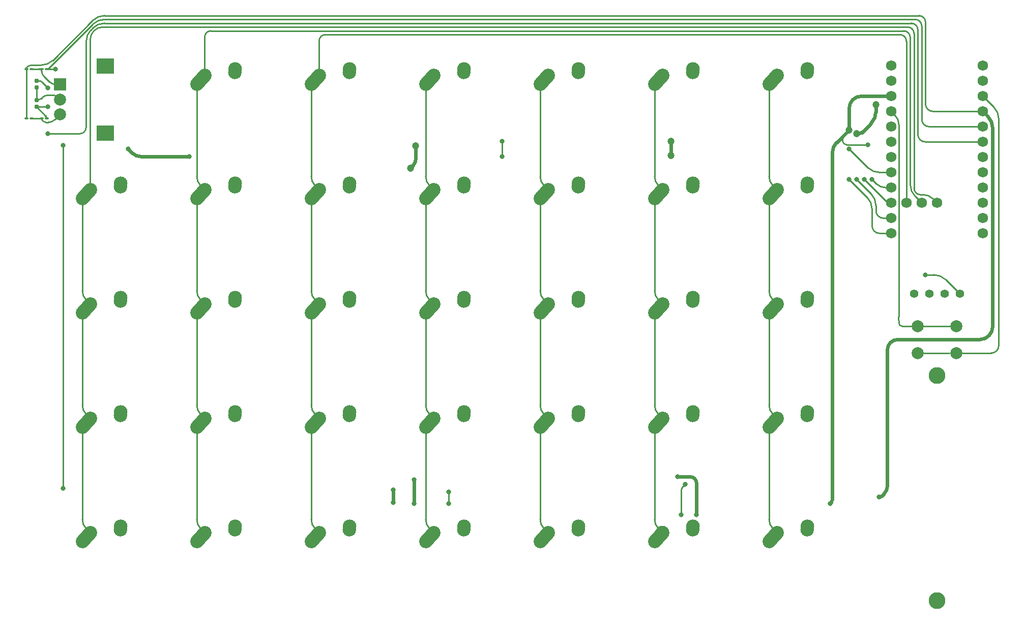
<source format=gtl>
%TF.GenerationSoftware,KiCad,Pcbnew,(6.0.1)*%
%TF.CreationDate,2022-04-05T18:42:57+02:00*%
%TF.ProjectId,Keyboard Left Hand Side,4b657962-6f61-4726-9420-4c6566742048,rev?*%
%TF.SameCoordinates,Original*%
%TF.FileFunction,Copper,L1,Top*%
%TF.FilePolarity,Positive*%
%FSLAX46Y46*%
G04 Gerber Fmt 4.6, Leading zero omitted, Abs format (unit mm)*
G04 Created by KiCad (PCBNEW (6.0.1)) date 2022-04-05 18:42:57*
%MOMM*%
%LPD*%
G01*
G04 APERTURE LIST*
G04 Aperture macros list*
%AMRoundRect*
0 Rectangle with rounded corners*
0 $1 Rounding radius*
0 $2 $3 $4 $5 $6 $7 $8 $9 X,Y pos of 4 corners*
0 Add a 4 corners polygon primitive as box body*
4,1,4,$2,$3,$4,$5,$6,$7,$8,$9,$2,$3,0*
0 Add four circle primitives for the rounded corners*
1,1,$1+$1,$2,$3*
1,1,$1+$1,$4,$5*
1,1,$1+$1,$6,$7*
1,1,$1+$1,$8,$9*
0 Add four rect primitives between the rounded corners*
20,1,$1+$1,$2,$3,$4,$5,0*
20,1,$1+$1,$4,$5,$6,$7,0*
20,1,$1+$1,$6,$7,$8,$9,0*
20,1,$1+$1,$8,$9,$2,$3,0*%
%AMHorizOval*
0 Thick line with rounded ends*
0 $1 width*
0 $2 $3 position (X,Y) of the first rounded end (center of the circle)*
0 $4 $5 position (X,Y) of the second rounded end (center of the circle)*
0 Add line between two ends*
20,1,$1,$2,$3,$4,$5,0*
0 Add two circle primitives to create the rounded ends*
1,1,$1,$2,$3*
1,1,$1,$4,$5*%
G04 Aperture macros list end*
%TA.AperFunction,ComponentPad*%
%ADD10C,2.250000*%
%TD*%
%TA.AperFunction,ComponentPad*%
%ADD11HorizOval,2.250000X0.655001X0.730000X-0.655001X-0.730000X0*%
%TD*%
%TA.AperFunction,ComponentPad*%
%ADD12HorizOval,2.250000X0.020000X0.290000X-0.020000X-0.290000X0*%
%TD*%
%TA.AperFunction,SMDPad,CuDef*%
%ADD13RoundRect,0.100000X-0.217500X-0.100000X0.217500X-0.100000X0.217500X0.100000X-0.217500X0.100000X0*%
%TD*%
%TA.AperFunction,ComponentPad*%
%ADD14C,1.397000*%
%TD*%
%TA.AperFunction,SMDPad,CuDef*%
%ADD15RoundRect,0.155000X0.155000X-0.212500X0.155000X0.212500X-0.155000X0.212500X-0.155000X-0.212500X0*%
%TD*%
%TA.AperFunction,ComponentPad*%
%ADD16R,2.000000X2.000000*%
%TD*%
%TA.AperFunction,ComponentPad*%
%ADD17C,2.000000*%
%TD*%
%TA.AperFunction,ComponentPad*%
%ADD18R,3.000000X2.500000*%
%TD*%
%TA.AperFunction,SMDPad,CuDef*%
%ADD19RoundRect,0.100000X0.217500X0.100000X-0.217500X0.100000X-0.217500X-0.100000X0.217500X-0.100000X0*%
%TD*%
%TA.AperFunction,ComponentPad*%
%ADD20C,1.752600*%
%TD*%
%TA.AperFunction,ComponentPad*%
%ADD21C,2.800000*%
%TD*%
%TA.AperFunction,ViaPad*%
%ADD22C,0.800000*%
%TD*%
%TA.AperFunction,ViaPad*%
%ADD23C,1.200000*%
%TD*%
%TA.AperFunction,Conductor*%
%ADD24C,0.250000*%
%TD*%
%TA.AperFunction,Conductor*%
%ADD25C,0.600000*%
%TD*%
G04 APERTURE END LIST*
D10*
X87035000Y-47435000D03*
D11*
X86380001Y-48165000D03*
D10*
X92075000Y-46355000D03*
D12*
X92055000Y-46645000D03*
D11*
X48280001Y-67215000D03*
D10*
X48935000Y-66485000D03*
D12*
X53955000Y-65695000D03*
D10*
X53975000Y-65405000D03*
D11*
X86380001Y-86265000D03*
D10*
X87035000Y-85535000D03*
X92075000Y-84455000D03*
D12*
X92055000Y-84745000D03*
D11*
X105430001Y-48165000D03*
D10*
X106085000Y-47435000D03*
D12*
X111105000Y-46645000D03*
D10*
X111125000Y-46355000D03*
X67985000Y-123635000D03*
D11*
X67330001Y-124365000D03*
D10*
X73025000Y-122555000D03*
D12*
X73005000Y-122845000D03*
D11*
X105430001Y-105315000D03*
D10*
X106085000Y-104585000D03*
D12*
X111105000Y-103795000D03*
D10*
X111125000Y-103505000D03*
X125135000Y-66485000D03*
D11*
X124480001Y-67215000D03*
D12*
X130155000Y-65695000D03*
D10*
X130175000Y-65405000D03*
X144185000Y-47435000D03*
D11*
X143530001Y-48165000D03*
D10*
X149225000Y-46355000D03*
D12*
X149205000Y-46645000D03*
D10*
X48935000Y-104585000D03*
D11*
X48280001Y-105315000D03*
D10*
X53975000Y-103505000D03*
D12*
X53955000Y-103795000D03*
D10*
X106085000Y-85535000D03*
D11*
X105430001Y-86265000D03*
D10*
X111125000Y-84455000D03*
D12*
X111105000Y-84745000D03*
D11*
X48280001Y-124365000D03*
D10*
X48935000Y-123635000D03*
D12*
X53955000Y-122845000D03*
D10*
X53975000Y-122555000D03*
D11*
X105430001Y-124365000D03*
D10*
X106085000Y-123635000D03*
X111125000Y-122555000D03*
D12*
X111105000Y-122845000D03*
D13*
X38327500Y-54610000D03*
X39142500Y-54610000D03*
D10*
X163235000Y-85535000D03*
D11*
X162580001Y-86265000D03*
D10*
X168275000Y-84455000D03*
D12*
X168255000Y-84745000D03*
D11*
X143530001Y-67215000D03*
D10*
X144185000Y-66485000D03*
X149225000Y-65405000D03*
D12*
X149205000Y-65695000D03*
D14*
X193665000Y-83820000D03*
X191125000Y-83820000D03*
X188585000Y-83820000D03*
X186045000Y-83820000D03*
D10*
X67985000Y-104585000D03*
D11*
X67330001Y-105315000D03*
D12*
X73005000Y-103795000D03*
D10*
X73025000Y-103505000D03*
D11*
X67330001Y-67215000D03*
D10*
X67985000Y-66485000D03*
D12*
X73005000Y-65695000D03*
D10*
X73025000Y-65405000D03*
D11*
X67330001Y-48165000D03*
D10*
X67985000Y-47435000D03*
X73025000Y-46355000D03*
D12*
X73005000Y-46645000D03*
D10*
X125135000Y-47435000D03*
D11*
X124480001Y-48165000D03*
D10*
X130175000Y-46355000D03*
D12*
X130155000Y-46645000D03*
D10*
X144185000Y-85535000D03*
D11*
X143530001Y-86265000D03*
D10*
X149225000Y-84455000D03*
D12*
X149205000Y-84745000D03*
D10*
X125135000Y-85535000D03*
D11*
X124480001Y-86265000D03*
D12*
X130155000Y-84745000D03*
D10*
X130175000Y-84455000D03*
D11*
X124480001Y-105315000D03*
D10*
X125135000Y-104585000D03*
D12*
X130155000Y-103795000D03*
D10*
X130175000Y-103505000D03*
D11*
X67330001Y-86265000D03*
D10*
X67985000Y-85535000D03*
X73025000Y-84455000D03*
D12*
X73005000Y-84745000D03*
D11*
X105430001Y-67215000D03*
D10*
X106085000Y-66485000D03*
X111125000Y-65405000D03*
D12*
X111105000Y-65695000D03*
D10*
X163235000Y-47435000D03*
D11*
X162580001Y-48165000D03*
D12*
X168255000Y-46645000D03*
D10*
X168275000Y-46355000D03*
X144185000Y-104585000D03*
D11*
X143530001Y-105315000D03*
D12*
X149205000Y-103795000D03*
D10*
X149225000Y-103505000D03*
D15*
X40005000Y-49462500D03*
X40005000Y-48327500D03*
X40005000Y-52637500D03*
X40005000Y-51502500D03*
D11*
X143534401Y-124357200D03*
D10*
X144189400Y-123627200D03*
X149229400Y-122547200D03*
D12*
X149209400Y-122837200D03*
D13*
X38327500Y-46355000D03*
X39142500Y-46355000D03*
D10*
X87035000Y-66485000D03*
D11*
X86380001Y-67215000D03*
D12*
X92055000Y-65695000D03*
D10*
X92075000Y-65405000D03*
D16*
X43919800Y-48935000D03*
D17*
X43919800Y-53935000D03*
X43919800Y-51435000D03*
D18*
X51419800Y-45835000D03*
X51419800Y-57035000D03*
D19*
X41682500Y-46355000D03*
X40867500Y-46355000D03*
D11*
X86380001Y-124365000D03*
D10*
X87035000Y-123635000D03*
D12*
X92055000Y-122845000D03*
D10*
X92075000Y-122555000D03*
D11*
X162580001Y-124365000D03*
D10*
X163235000Y-123635000D03*
D12*
X168255000Y-122845000D03*
D10*
X168275000Y-122555000D03*
D19*
X41682500Y-54610000D03*
X40867500Y-54610000D03*
D17*
X186615000Y-89190000D03*
X193115000Y-89190000D03*
X186615000Y-93690000D03*
X193115000Y-93690000D03*
D11*
X124480001Y-124365000D03*
D10*
X125135000Y-123635000D03*
X130175000Y-122555000D03*
D12*
X130155000Y-122845000D03*
D10*
X163235000Y-66485000D03*
D11*
X162580001Y-67215000D03*
D10*
X168275000Y-65405000D03*
D12*
X168255000Y-65695000D03*
D20*
X182245000Y-45801750D03*
X182245000Y-48341750D03*
X182245000Y-50881750D03*
X182245000Y-53421750D03*
X182245000Y-55961750D03*
X182245000Y-58501750D03*
X182245000Y-61041750D03*
X182245000Y-63581750D03*
X182245000Y-66121750D03*
X182245000Y-68661750D03*
X182245000Y-71201750D03*
X182245000Y-73741750D03*
X197485000Y-73741750D03*
X197485000Y-71201750D03*
X197485000Y-68661750D03*
X197485000Y-66121750D03*
X197485000Y-63581750D03*
X197485000Y-61041750D03*
X197485000Y-58501750D03*
X197485000Y-55961750D03*
X197485000Y-53421750D03*
X197485000Y-50881750D03*
X197485000Y-48341750D03*
X197485000Y-45801750D03*
X184785000Y-68661750D03*
X187325000Y-68661750D03*
X189865000Y-68661750D03*
D10*
X48935000Y-85535000D03*
D11*
X48280001Y-86265000D03*
D10*
X53975000Y-84455000D03*
D12*
X53955000Y-84745000D03*
D10*
X87035000Y-104585000D03*
D11*
X86380001Y-105315000D03*
D10*
X92075000Y-103505000D03*
D12*
X92055000Y-103795000D03*
D11*
X162580001Y-105315000D03*
D10*
X163235000Y-104585000D03*
X168275000Y-103505000D03*
D12*
X168255000Y-103795000D03*
D21*
X189865000Y-134955000D03*
X189865000Y-97455000D03*
D22*
X41910000Y-52637500D03*
X43180000Y-46355000D03*
X179070000Y-64770000D03*
X177800000Y-64770000D03*
X176530000Y-64770000D03*
X175260000Y-64770000D03*
X117475000Y-60960000D03*
X117475000Y-58420000D03*
X175260000Y-59690000D03*
X44450000Y-116205000D03*
X44450000Y-59055000D03*
X108585000Y-118745000D03*
X108585000Y-116840000D03*
X147320000Y-120650000D03*
X147955000Y-115570000D03*
X146685000Y-114300000D03*
X99365000Y-116510000D03*
X102870000Y-114808000D03*
X149860000Y-120650000D03*
X99365000Y-118618000D03*
X102870000Y-118745000D03*
X180185000Y-117630000D03*
X65405000Y-60960000D03*
D23*
X145570000Y-60805000D03*
X145570000Y-58420000D03*
X179705000Y-52324000D03*
X103124000Y-59182000D03*
X176530000Y-57150000D03*
D22*
X55245000Y-59690000D03*
D23*
X102235000Y-62865000D03*
D22*
X41910000Y-49530000D03*
X41910000Y-57150000D03*
X178345489Y-58965489D03*
X187960000Y-80645000D03*
X172085000Y-118745000D03*
D23*
X175260000Y-56515000D03*
D24*
X40356250Y-52637500D02*
X41842500Y-52637500D01*
X41682500Y-46355000D02*
X43180000Y-46355000D01*
X177185909Y-58965489D02*
X176854601Y-58965489D01*
X177517217Y-58965489D02*
X177185909Y-58965489D01*
X178179834Y-58965489D02*
X177848525Y-58965489D01*
X176138926Y-58965489D02*
X175251117Y-58965489D01*
X191850886Y-93690000D02*
X191850345Y-93690000D01*
X191942135Y-93690000D02*
X191941284Y-93690000D01*
X190225541Y-93690000D02*
X190218239Y-93690000D01*
X191855678Y-93690000D02*
X191853653Y-93690000D01*
X188489517Y-93690000D02*
X188486055Y-93690000D01*
X191064748Y-93690000D02*
X191029070Y-93690000D01*
X190584901Y-93690000D02*
X190576799Y-93690000D01*
X187054381Y-93690000D02*
X187047457Y-93690000D01*
X191941284Y-93690000D02*
X191940433Y-93690000D01*
X191115450Y-93690000D02*
X191107938Y-93690000D01*
X189524419Y-93690000D02*
X189518391Y-93690000D01*
X190548163Y-93690000D02*
X190543831Y-93690000D01*
X190352409Y-93690000D02*
X190348288Y-93690000D01*
X191756966Y-93690000D02*
X191754385Y-93690000D01*
X191644676Y-93690000D02*
X191643145Y-93690000D01*
X191843352Y-93690000D02*
X191842339Y-93690000D01*
X190079058Y-93690000D02*
X190067943Y-93690000D01*
X189910255Y-93690000D02*
X189902720Y-93690000D01*
X189886142Y-93690000D02*
X189877098Y-93690000D01*
X186935380Y-93690000D02*
X186931053Y-93690000D01*
X190313753Y-93690000D02*
X190305369Y-93690000D01*
X186896868Y-93690000D02*
X186893406Y-93690000D01*
X190479539Y-93690000D02*
X190477373Y-93690000D01*
X188849777Y-93690000D02*
X188823025Y-93690000D01*
X188589795Y-93690000D02*
X188562101Y-93690000D01*
X191222947Y-93690000D02*
X191222018Y-93690000D01*
X190113722Y-93690000D02*
X190113346Y-93690000D01*
X188479746Y-93690000D02*
X188477514Y-93690000D01*
X189816058Y-93690000D02*
X189798726Y-93690000D01*
X191219799Y-93690000D02*
X191218147Y-93690000D01*
X189566619Y-93690000D02*
X189536476Y-93690000D01*
X191416436Y-93690000D02*
X191407302Y-93690000D01*
X191405563Y-93690000D02*
X191399906Y-93690000D01*
X190260107Y-93690000D02*
X190257141Y-93690000D01*
X188096378Y-93690000D02*
X188073762Y-93690000D01*
X191781136Y-93690000D02*
X191777147Y-93690000D01*
X190404414Y-93690000D02*
X190391981Y-93690000D01*
X189837911Y-93690000D02*
X189825854Y-93690000D01*
X191522125Y-93690000D02*
X191519017Y-93690000D01*
X191917641Y-93690000D02*
X191914297Y-93690000D01*
X189990325Y-93690000D02*
X189987688Y-93690000D01*
X190329954Y-93690000D02*
X190326045Y-93690000D01*
X190045149Y-93690000D02*
X190034601Y-93690000D01*
X186671854Y-93690000D02*
X186668392Y-93690000D01*
X189000496Y-93690000D02*
X188990132Y-93690000D01*
X190946901Y-93690000D02*
X190941718Y-93690000D01*
X187357288Y-93690000D02*
X187284590Y-93690000D01*
X191919701Y-93690000D02*
X191918924Y-93690000D01*
X189785916Y-93690000D02*
X189781394Y-93690000D01*
X191914297Y-93690000D02*
X191910953Y-93690000D01*
X189690208Y-93690000D02*
X189678151Y-93690000D01*
X191477335Y-93690000D02*
X191458825Y-93690000D01*
X191563808Y-93690000D02*
X191558674Y-93690000D01*
X190844369Y-93690000D02*
X190838716Y-93690000D01*
X191612979Y-93690000D02*
X191603795Y-93690000D01*
X190218239Y-93690000D02*
X190210937Y-93690000D01*
X191213448Y-93690000D02*
X191210866Y-93690000D01*
X191574557Y-93690000D02*
X191574157Y-93690000D01*
X186751474Y-93690000D02*
X186748012Y-93690000D01*
X190850022Y-93690000D02*
X190844369Y-93690000D01*
X191535500Y-93690000D02*
X191532392Y-93690000D01*
X191029070Y-93690000D02*
X190993392Y-93690000D01*
X190935001Y-93690000D02*
X190926749Y-93690000D01*
X191835651Y-93690000D02*
X191831530Y-93690000D01*
X187394069Y-93690000D02*
X187393204Y-93690000D01*
X190742309Y-93690000D02*
X190736185Y-93690000D01*
X186923265Y-93690000D02*
X186922400Y-93690000D01*
X191221089Y-93690000D02*
X191220160Y-93690000D01*
X191769403Y-93690000D02*
X191768229Y-93690000D01*
X187157802Y-93690000D02*
X187143089Y-93690000D01*
X189992962Y-93690000D02*
X189990325Y-93690000D01*
X188471284Y-93690000D02*
X188468437Y-93690000D01*
X191185866Y-93690000D02*
X191178352Y-93690000D01*
X188990132Y-93690000D02*
X188979768Y-93690000D01*
X188554235Y-93690000D02*
X188542272Y-93690000D01*
X191258612Y-93690000D02*
X191255798Y-93690000D01*
X188475783Y-93690000D02*
X188474553Y-93690000D01*
X191897429Y-93690000D02*
X191895551Y-93690000D01*
X188506712Y-93690000D02*
X188502943Y-93690000D01*
X188474553Y-93690000D02*
X188473323Y-93690000D01*
X191943141Y-93690000D02*
X191942568Y-93690000D01*
X189155019Y-93690000D02*
X189116118Y-93690000D01*
X191543130Y-93690000D02*
X191539079Y-93690000D01*
X190157431Y-93690000D02*
X190148009Y-93690000D01*
X189468655Y-93690000D02*
X189453583Y-93690000D01*
X191924562Y-93690000D02*
X191922773Y-93690000D01*
X186722482Y-93690000D02*
X186721616Y-93690000D01*
X190382551Y-93690000D02*
X190376123Y-93690000D01*
X191151926Y-93690000D02*
X191150758Y-93690000D01*
X188907991Y-93690000D02*
X188879355Y-93690000D01*
X191739714Y-93690000D02*
X191734550Y-93690000D01*
X191399906Y-93690000D02*
X191394249Y-93690000D01*
X189192842Y-93690000D02*
X189180594Y-93690000D01*
X191888509Y-93690000D02*
X191881467Y-93690000D01*
X189381238Y-93690000D02*
X189348080Y-93690000D01*
X189772350Y-93690000D02*
X189767828Y-93690000D01*
X189702265Y-93690000D02*
X189690208Y-93690000D01*
X191903998Y-93690000D02*
X191900713Y-93690000D01*
X190593003Y-93690000D02*
X190584901Y-93690000D01*
X191447755Y-93690000D02*
X191423831Y-93690000D01*
X190415965Y-93690000D02*
X190405296Y-93690000D01*
X189963199Y-93690000D02*
X189946995Y-93690000D01*
X188295315Y-93690000D02*
X188214693Y-93690000D01*
X186981685Y-93690000D02*
X186967834Y-93690000D01*
X191922773Y-93690000D02*
X191920984Y-93690000D01*
X189518391Y-93690000D02*
X189512363Y-93690000D01*
X191394249Y-93690000D02*
X191388592Y-93690000D01*
X186931053Y-93690000D02*
X186926726Y-93690000D01*
X191233273Y-93690000D02*
X191228110Y-93690000D01*
X191197598Y-93690000D02*
X191197134Y-93690000D01*
X186660169Y-93690000D02*
X186659304Y-93690000D01*
X189776872Y-93690000D02*
X189772350Y-93690000D01*
X191929697Y-93690000D02*
X191927937Y-93690000D01*
X191226587Y-93690000D02*
X191224470Y-93690000D01*
X191763071Y-93690000D02*
X191762838Y-93690000D01*
X191920478Y-93690000D02*
X191919701Y-93690000D01*
X187874824Y-93690000D02*
X187653270Y-93690000D01*
X191223876Y-93690000D02*
X191222947Y-93690000D01*
X188486055Y-93690000D02*
X188482593Y-93690000D01*
X190056263Y-93690000D02*
X190055697Y-93690000D01*
X186704739Y-93690000D02*
X186690892Y-93690000D01*
X191593527Y-93690000D02*
X191592443Y-93690000D01*
X188473323Y-93690000D02*
X188472093Y-93690000D01*
X189453583Y-93690000D02*
X189438511Y-93690000D01*
X186886482Y-93690000D02*
X186869173Y-93690000D01*
X187256895Y-93690000D02*
X187239586Y-93690000D01*
X191761780Y-93690000D02*
X191759431Y-93690000D01*
X191687576Y-93690000D02*
X191675437Y-93690000D01*
X189781394Y-93690000D02*
X189776872Y-93690000D01*
X186734165Y-93690000D02*
X186730704Y-93690000D01*
X191893321Y-93690000D02*
X191890739Y-93690000D01*
X190019863Y-93690000D02*
X190017694Y-93690000D01*
X190007281Y-93690000D02*
X190004644Y-93690000D01*
X190210937Y-93690000D02*
X190203635Y-93690000D01*
X190957267Y-93690000D02*
X190952084Y-93690000D01*
X191304015Y-93690000D02*
X191302841Y-93690000D01*
X191745816Y-93690000D02*
X191744408Y-93690000D01*
X187394934Y-93690000D02*
X187394069Y-93690000D01*
X186914178Y-93690000D02*
X186910716Y-93690000D01*
X190424950Y-93690000D02*
X190417650Y-93690000D01*
X191178352Y-93690000D02*
X191170838Y-93690000D01*
X190695115Y-93690000D02*
X190658377Y-93690000D01*
X190736185Y-93690000D02*
X190730061Y-93690000D01*
X191844365Y-93690000D02*
X191843352Y-93690000D01*
X186737626Y-93690000D02*
X186734165Y-93690000D01*
X190364349Y-93690000D02*
X190360510Y-93690000D01*
X191839772Y-93690000D02*
X191835651Y-93690000D01*
X191487096Y-93690000D02*
X191486083Y-93690000D01*
X191850345Y-93690000D02*
X191849804Y-93690000D01*
X191107938Y-93690000D02*
X191100426Y-93690000D01*
X191388592Y-93690000D02*
X191382935Y-93690000D01*
X191937815Y-93690000D02*
X191936979Y-93690000D01*
X191590146Y-93690000D02*
X191586637Y-93690000D01*
X187134002Y-93690000D02*
X187101115Y-93690000D01*
X191365141Y-93690000D02*
X191341689Y-93690000D01*
X190754557Y-93690000D02*
X190748433Y-93690000D01*
X191194900Y-93690000D02*
X191189969Y-93690000D01*
X190337220Y-93690000D02*
X190331073Y-93690000D01*
X187166889Y-93690000D02*
X187163428Y-93690000D01*
X190467948Y-93690000D02*
X190466345Y-93690000D01*
X190065306Y-93690000D02*
X190059466Y-93690000D01*
X186713826Y-93690000D02*
X186709499Y-93690000D01*
X188657800Y-93690000D02*
X188654031Y-93690000D01*
X191141732Y-93690000D02*
X191136104Y-93690000D01*
X188530637Y-93690000D02*
X188526868Y-93690000D01*
X190658377Y-93690000D02*
X190621639Y-93690000D01*
X189205090Y-93690000D02*
X189192842Y-93690000D01*
X191156278Y-93690000D02*
X191152987Y-93690000D01*
X190513308Y-93690000D02*
X190505208Y-93690000D01*
X190462332Y-93690000D02*
X190459765Y-93690000D01*
X188477013Y-93690000D02*
X188475783Y-93690000D01*
X188534406Y-93690000D02*
X188530637Y-93690000D01*
X191643145Y-93690000D02*
X191641614Y-93690000D01*
X188502616Y-93690000D02*
X188498192Y-93690000D01*
X190445484Y-93690000D02*
X190444119Y-93690000D01*
X188654031Y-93690000D02*
X188650262Y-93690000D01*
X191555566Y-93690000D02*
X191551374Y-93690000D01*
X191573274Y-93690000D02*
X191571108Y-93690000D01*
X191898719Y-93690000D02*
X191898016Y-93690000D01*
X190466026Y-93690000D02*
X190465062Y-93690000D01*
X190543831Y-93690000D02*
X190539499Y-93690000D01*
X186730704Y-93690000D02*
X186727242Y-93690000D01*
X191749690Y-93690000D02*
X191746638Y-93690000D01*
X188665338Y-93690000D02*
X188661569Y-93690000D01*
X191294277Y-93690000D02*
X191278323Y-93690000D01*
X191881143Y-93690000D02*
X191874748Y-93690000D01*
X191581574Y-93690000D02*
X191579007Y-93690000D01*
X191089628Y-93690000D02*
X191075545Y-93690000D01*
X188538175Y-93690000D02*
X188534406Y-93690000D01*
X188879355Y-93690000D02*
X188850719Y-93690000D01*
X191330882Y-93690000D02*
X191312579Y-93690000D01*
X190263073Y-93690000D02*
X190260107Y-93690000D01*
X191164614Y-93690000D02*
X191160154Y-93690000D01*
X191128590Y-93690000D02*
X191121077Y-93690000D01*
X190505208Y-93690000D02*
X190497108Y-93690000D01*
X189765756Y-93690000D02*
X189757090Y-93690000D01*
X186668392Y-93690000D02*
X186664930Y-93690000D01*
X186659304Y-93690000D02*
X186658439Y-93690000D01*
X190473603Y-93690000D02*
X190471436Y-93690000D01*
X190576799Y-93690000D02*
X190568697Y-93690000D01*
X189865040Y-93690000D02*
X189862026Y-93690000D01*
X190539499Y-93690000D02*
X190535167Y-93690000D01*
X189946995Y-93690000D02*
X189930791Y-93690000D01*
X191826903Y-93690000D02*
X191813527Y-93690000D01*
X191853653Y-93690000D02*
X191851628Y-93690000D01*
X190373085Y-93690000D02*
X190369105Y-93690000D01*
X191723753Y-93690000D02*
X191714834Y-93690000D01*
X188764808Y-93690000D02*
X188761039Y-93690000D01*
X189918923Y-93690000D02*
X189910633Y-93690000D01*
X189750496Y-93690000D02*
X189728642Y-93690000D01*
X189714322Y-93690000D02*
X189702265Y-93690000D01*
X191216030Y-93690000D02*
X191213448Y-93690000D01*
X186748012Y-93690000D02*
X186744550Y-93690000D01*
X191549242Y-93690000D02*
X191549171Y-93690000D01*
X190366692Y-93690000D02*
X190366410Y-93690000D01*
X187092461Y-93690000D02*
X187064766Y-93690000D01*
X189891795Y-93690000D02*
X189891041Y-93690000D01*
X186674882Y-93690000D02*
X186674017Y-93690000D01*
X191732672Y-93690000D02*
X191723753Y-93690000D01*
X186921102Y-93690000D02*
X186917640Y-93690000D01*
X188510481Y-93690000D02*
X188506712Y-93690000D01*
X188761039Y-93690000D02*
X188757270Y-93690000D01*
X189980529Y-93690000D02*
X189963574Y-93690000D01*
X190941718Y-93690000D02*
X190936535Y-93690000D01*
X188514250Y-93690000D02*
X188510481Y-93690000D01*
X190532870Y-93690000D02*
X190532609Y-93690000D01*
X191150758Y-93690000D02*
X191149590Y-93690000D01*
X191571108Y-93690000D02*
X191568942Y-93690000D01*
X191932747Y-93690000D02*
X191931926Y-93690000D01*
X191641614Y-93690000D02*
X191640083Y-93690000D01*
X189617864Y-93690000D02*
X189614849Y-93690000D01*
X189868054Y-93690000D02*
X189865040Y-93690000D01*
X186784794Y-93690000D02*
X186783928Y-93690000D01*
X191601770Y-93690000D02*
X191596636Y-93690000D01*
X190388979Y-93690000D02*
X190382551Y-93690000D01*
X190564364Y-93690000D02*
X190556263Y-93690000D01*
X188460898Y-93690000D02*
X188456821Y-93690000D01*
X186967834Y-93690000D02*
X186953987Y-93690000D01*
X190326045Y-93690000D02*
X190322136Y-93690000D01*
X190459765Y-93690000D02*
X190457198Y-93690000D01*
X187173811Y-93690000D02*
X187170350Y-93690000D01*
X191594611Y-93690000D02*
X191593527Y-93690000D01*
X191538608Y-93690000D02*
X191535500Y-93690000D01*
X188768577Y-93690000D02*
X188764808Y-93690000D01*
X191204993Y-93690000D02*
X191200527Y-93690000D01*
X190551271Y-93690000D02*
X190549387Y-93690000D01*
X191525233Y-93690000D02*
X191522125Y-93690000D01*
X186686132Y-93690000D02*
X186681805Y-93690000D01*
X189849968Y-93690000D02*
X189837911Y-93690000D01*
X190748433Y-93690000D02*
X190742309Y-93690000D01*
X186900330Y-93690000D02*
X186896868Y-93690000D01*
X189871068Y-93690000D02*
X189868054Y-93690000D01*
X186860951Y-93690000D02*
X186860086Y-93690000D01*
X191381315Y-93690000D02*
X191372418Y-93690000D01*
X191744408Y-93690000D02*
X191743000Y-93690000D01*
X187201507Y-93690000D02*
X187184197Y-93690000D01*
X188035335Y-93690000D02*
X187935866Y-93690000D01*
X191777147Y-93690000D02*
X191773158Y-93690000D01*
X189902720Y-93690000D02*
X189895185Y-93690000D01*
X191239366Y-93690000D02*
X191236088Y-93690000D01*
X187177272Y-93690000D02*
X187173811Y-93690000D01*
X190438184Y-93690000D02*
X190432249Y-93690000D01*
X190015575Y-93690000D02*
X190009167Y-93690000D01*
X190052918Y-93690000D02*
X190047927Y-93690000D01*
X191579007Y-93690000D02*
X191576440Y-93690000D01*
X191933568Y-93690000D02*
X191932747Y-93690000D01*
X191574957Y-93690000D02*
X191574557Y-93690000D01*
X190166853Y-93690000D02*
X190157431Y-93690000D01*
X191252041Y-93690000D02*
X191247342Y-93690000D01*
X190112970Y-93690000D02*
X190112594Y-93690000D01*
X186813787Y-93690000D02*
X186794747Y-93690000D01*
X190553155Y-93690000D02*
X190551271Y-93690000D01*
X191763304Y-93690000D02*
X191763071Y-93690000D01*
X191939993Y-93690000D02*
X191938262Y-93690000D01*
X190442294Y-93690000D02*
X190440009Y-93690000D01*
X187239586Y-93690000D02*
X187222277Y-93690000D01*
X191806131Y-93690000D02*
X191804716Y-93690000D01*
X190525591Y-93690000D02*
X190520999Y-93690000D01*
X191895551Y-93690000D02*
X191893673Y-93690000D01*
X188118994Y-93690000D02*
X188096378Y-93690000D01*
X191694293Y-93690000D02*
X191692998Y-93690000D01*
X186995531Y-93690000D02*
X186981685Y-93690000D01*
X190090173Y-93690000D02*
X190079058Y-93690000D01*
X191268939Y-93690000D02*
X191266125Y-93690000D01*
X188790056Y-93690000D02*
X188779506Y-93690000D01*
X190446849Y-93690000D02*
X190445484Y-93690000D01*
X190113346Y-93690000D02*
X190112970Y-93690000D01*
X187170350Y-93690000D02*
X187166889Y-93690000D01*
X191759431Y-93690000D02*
X191757082Y-93690000D01*
X189506334Y-93690000D02*
X189488248Y-93690000D01*
X191695588Y-93690000D02*
X191694293Y-93690000D01*
X190465062Y-93690000D02*
X190464098Y-93690000D01*
X191132818Y-93690000D02*
X191131875Y-93690000D01*
X190429623Y-93690000D02*
X190428941Y-93690000D01*
X191245348Y-93690000D02*
X191244638Y-93690000D01*
X190321300Y-93690000D02*
X190319063Y-93690000D01*
X188352012Y-93690000D02*
X188319240Y-93690000D01*
X186850134Y-93690000D02*
X186831095Y-93690000D01*
X190952084Y-93690000D02*
X190946901Y-93690000D01*
X191592443Y-93690000D02*
X191591359Y-93690000D01*
X188141610Y-93690000D02*
X188118994Y-93690000D01*
X186674017Y-93690000D02*
X186673152Y-93690000D01*
X190257141Y-93690000D02*
X190254175Y-93690000D01*
X187037071Y-93690000D02*
X187023224Y-93690000D01*
X191222018Y-93690000D02*
X191221089Y-93690000D01*
X191549313Y-93690000D02*
X191549242Y-93690000D01*
X186910716Y-93690000D02*
X186907254Y-93690000D01*
X191622163Y-93690000D02*
X191612979Y-93690000D01*
X188822083Y-93690000D02*
X188797215Y-93690000D01*
X187579274Y-93690000D02*
X187505711Y-93690000D01*
X190481705Y-93690000D02*
X190479539Y-93690000D01*
X190026123Y-93690000D02*
X190024053Y-93690000D01*
X189275688Y-93690000D02*
X189224540Y-93690000D01*
X191770577Y-93690000D02*
X191769403Y-93690000D01*
X190056829Y-93690000D02*
X190056263Y-93690000D01*
X187505711Y-93690000D02*
X187432148Y-93690000D01*
X188661569Y-93690000D02*
X188657800Y-93690000D01*
X186681805Y-93690000D02*
X186677478Y-93690000D01*
X190367256Y-93690000D02*
X190366974Y-93690000D01*
X191807546Y-93690000D02*
X191806131Y-93690000D01*
X189488248Y-93690000D02*
X189470162Y-93690000D01*
X191567117Y-93690000D02*
X191565633Y-93690000D01*
X190902470Y-93690000D02*
X190889035Y-93690000D01*
X187009377Y-93690000D02*
X186995531Y-93690000D01*
X190610429Y-93690000D02*
X190596111Y-93690000D01*
X189859765Y-93690000D02*
X189852229Y-93690000D01*
X190055697Y-93690000D02*
X190055131Y-93690000D01*
X186860086Y-93690000D02*
X186859221Y-93690000D01*
X186657574Y-93690000D02*
X186656709Y-93690000D01*
X190915905Y-93690000D02*
X190902470Y-93690000D01*
X188391013Y-93690000D02*
X188375936Y-93690000D01*
X190469551Y-93690000D02*
X190467948Y-93690000D01*
X189891041Y-93690000D02*
X189890287Y-93690000D01*
X186721616Y-93690000D02*
X186720750Y-93690000D01*
X189793262Y-93690000D02*
X189786857Y-93690000D01*
X188669107Y-93690000D02*
X188665338Y-93690000D01*
X188406090Y-93690000D02*
X188391013Y-93690000D01*
X187047457Y-93690000D02*
X187040533Y-93690000D01*
X186953987Y-93690000D02*
X186940140Y-93690000D01*
X191743000Y-93690000D02*
X191741592Y-93690000D01*
X191100426Y-93690000D02*
X191092914Y-93690000D01*
X191488109Y-93690000D02*
X191487096Y-93690000D01*
X190762637Y-93690000D02*
X190755209Y-93690000D01*
X190148009Y-93690000D02*
X190138587Y-93690000D01*
X190366974Y-93690000D02*
X190366692Y-93690000D01*
X190302154Y-93690000D02*
X190300199Y-93690000D01*
X191858516Y-93690000D02*
X191855949Y-93690000D01*
X186727242Y-93690000D02*
X186723780Y-93690000D01*
X190024053Y-93690000D02*
X190021983Y-93690000D01*
X186718153Y-93690000D02*
X186713826Y-93690000D01*
X188375936Y-93690000D02*
X188360859Y-93690000D01*
X191899422Y-93690000D02*
X191898719Y-93690000D01*
X190451642Y-93690000D02*
X190447992Y-93690000D01*
X191133761Y-93690000D02*
X191132818Y-93690000D01*
X191244638Y-93690000D02*
X191243928Y-93690000D01*
X188436244Y-93690000D02*
X188421167Y-93690000D01*
X186775706Y-93690000D02*
X186758397Y-93690000D01*
X190444119Y-93690000D02*
X190442754Y-93690000D01*
X190319063Y-93690000D02*
X190316826Y-93690000D01*
X190800233Y-93690000D02*
X190786680Y-93690000D01*
X190021983Y-93690000D02*
X190019913Y-93690000D01*
X189065441Y-93690000D02*
X189025599Y-93690000D01*
X191798853Y-93690000D02*
X191785712Y-93690000D01*
X191568601Y-93690000D02*
X191567117Y-93690000D01*
X188772346Y-93690000D02*
X188768577Y-93690000D01*
X191867971Y-93690000D02*
X191860812Y-93690000D01*
X191302841Y-93690000D02*
X191301667Y-93690000D01*
X190471154Y-93690000D02*
X190469551Y-93690000D01*
X190031446Y-93690000D02*
X190027207Y-93690000D01*
X190366410Y-93690000D02*
X190366128Y-93690000D01*
X190356530Y-93690000D02*
X190352409Y-93690000D01*
X189614849Y-93690000D02*
X189611834Y-93690000D01*
X191242644Y-93690000D02*
X191239366Y-93690000D01*
X188421167Y-93690000D02*
X188406090Y-93690000D01*
X191936979Y-93690000D02*
X191936143Y-93690000D01*
X190730061Y-93690000D02*
X190723937Y-93690000D01*
X190962450Y-93690000D02*
X190957267Y-93690000D01*
X190428941Y-93690000D02*
X190428259Y-93690000D01*
X188776115Y-93690000D02*
X188772346Y-93690000D01*
X190293075Y-93690000D02*
X190280782Y-93690000D01*
X190533131Y-93690000D02*
X190532870Y-93690000D01*
X186664930Y-93690000D02*
X186661468Y-93690000D01*
X191547181Y-93690000D02*
X191543130Y-93690000D01*
X191512329Y-93690000D02*
X191495845Y-93690000D01*
X190786680Y-93690000D02*
X190773127Y-93690000D01*
X191848521Y-93690000D02*
X191845413Y-93690000D01*
X190530183Y-93690000D02*
X190525591Y-93690000D01*
X189620879Y-93690000D02*
X189617864Y-93690000D01*
X189180594Y-93690000D02*
X189168346Y-93690000D01*
X188451321Y-93690000D02*
X188436244Y-93690000D01*
X190300199Y-93690000D02*
X190298244Y-93690000D01*
X187023224Y-93690000D02*
X187009377Y-93690000D01*
X191767409Y-93690000D02*
X191764595Y-93690000D01*
X190496024Y-93690000D02*
X190485756Y-93690000D01*
X191159569Y-93690000D02*
X191156278Y-93690000D01*
X190004644Y-93690000D02*
X190002007Y-93690000D01*
X191255798Y-93690000D02*
X191252984Y-93690000D01*
X189010860Y-93690000D02*
X189000496Y-93690000D01*
X191198062Y-93690000D02*
X191197598Y-93690000D01*
X191931457Y-93690000D02*
X191929697Y-93690000D01*
X191198526Y-93690000D02*
X191198062Y-93690000D01*
X186924130Y-93690000D02*
X186923265Y-93690000D01*
X186917640Y-93690000D02*
X186914178Y-93690000D01*
X191271753Y-93690000D02*
X191268939Y-93690000D01*
X189874083Y-93690000D02*
X189871068Y-93690000D01*
X189414396Y-93690000D02*
X189381238Y-93690000D01*
X191696883Y-93690000D02*
X191695588Y-93690000D01*
X188464975Y-93690000D02*
X188460898Y-93690000D01*
X191874748Y-93690000D02*
X191868353Y-93690000D01*
X188617489Y-93690000D02*
X188589795Y-93690000D01*
X186785660Y-93690000D02*
X186784794Y-93690000D01*
X191661944Y-93690000D02*
X191649922Y-93690000D01*
X191147360Y-93690000D02*
X191141732Y-93690000D01*
X191907283Y-93690000D02*
X191903998Y-93690000D01*
X47625000Y-121398690D02*
X47625000Y-106045000D01*
X47625000Y-83298690D02*
X47625000Y-67945000D01*
X47625000Y-102348690D02*
X47625000Y-86995000D01*
X48280000Y-84880000D02*
X48935000Y-85535000D01*
X186055000Y-40454012D02*
X186055000Y-66225987D01*
X48280000Y-103930000D02*
X48935000Y-104585000D01*
X189157866Y-67954616D02*
X189865000Y-68661750D01*
X184970987Y-39370000D02*
X51034741Y-39370000D01*
X187139012Y-67310000D02*
X187601625Y-67310000D01*
X48280000Y-122980000D02*
X48935000Y-123635000D01*
X48935000Y-41469741D02*
X48935000Y-66485000D01*
X48280000Y-122980000D02*
G75*
G02*
X47625000Y-121398690I1581303J1581307D01*
G01*
X48935000Y-41469741D02*
G75*
G02*
X49550000Y-39985000I2099738J1D01*
G01*
X48280000Y-103930000D02*
G75*
G02*
X47625000Y-102348690I1581303J1581307D01*
G01*
X186372500Y-66992500D02*
G75*
G02*
X186055000Y-66225987I766511J766512D01*
G01*
X186372500Y-66992500D02*
G75*
G03*
X187139012Y-67310000I766513J766513D01*
G01*
X187601625Y-67310000D02*
G75*
G02*
X189157866Y-67954616I0J-2200857D01*
G01*
X47625001Y-83298690D02*
G75*
G03*
X48280001Y-84879999I2236302J-3D01*
G01*
X51034741Y-39370000D02*
G75*
G03*
X49550000Y-39985000I-1J-2099738D01*
G01*
X185737500Y-39687500D02*
G75*
G02*
X186055000Y-40454012I-766513J-766513D01*
G01*
X184970987Y-39370001D02*
G75*
G02*
X185737499Y-39687501I1J-1084010D01*
G01*
X67330000Y-103930000D02*
X67985000Y-104585000D01*
X184335987Y-40005000D02*
X69000728Y-40005000D01*
X186216896Y-67553646D02*
X187325000Y-68661750D01*
X66675000Y-83298690D02*
X66675000Y-67945000D01*
X67985000Y-41020728D02*
X67985000Y-47435000D01*
X66675000Y-102348690D02*
X66675000Y-86995000D01*
X185420000Y-65629768D02*
X185420000Y-41089012D01*
X67330000Y-122980000D02*
X67985000Y-123635000D01*
X67330000Y-84880000D02*
X67985000Y-85535000D01*
X66675000Y-121398690D02*
X66675000Y-106045000D01*
X67330000Y-65830000D02*
X67985000Y-66485000D01*
X66675000Y-64248690D02*
X66675000Y-48895000D01*
X67330000Y-65830000D02*
G75*
G02*
X66675000Y-64248690I1581303J1581307D01*
G01*
X68282500Y-40302500D02*
G75*
G03*
X67985000Y-41020728I718215J-718223D01*
G01*
X66675001Y-121398690D02*
G75*
G03*
X67330001Y-122979999I2236302J-3D01*
G01*
X67330000Y-103930000D02*
G75*
G02*
X66675000Y-102348690I1581303J1581307D01*
G01*
X67330000Y-84880000D02*
G75*
G02*
X66675000Y-83298690I1581303J1581307D01*
G01*
X186216896Y-67553646D02*
G75*
G02*
X185420000Y-65629768I1923874J1923876D01*
G01*
X185102500Y-40322500D02*
G75*
G02*
X185420000Y-41089012I-766513J-766513D01*
G01*
X185102500Y-40322500D02*
G75*
G03*
X184335987Y-40005000I-766512J-766511D01*
G01*
X68282500Y-40302500D02*
G75*
G02*
X69000728Y-40005000I718223J-718215D01*
G01*
X86380000Y-84880000D02*
X87035000Y-85535000D01*
X86380000Y-122980000D02*
X87035000Y-123635000D01*
X85725000Y-83298690D02*
X85725000Y-67945000D01*
X86380000Y-103930000D02*
X87035000Y-104585000D01*
X85725000Y-64248690D02*
X85725000Y-48895000D01*
X86380000Y-65830000D02*
X87035000Y-66485000D01*
X183700987Y-40640000D02*
X88050728Y-40640000D01*
X85725000Y-121398690D02*
X85725000Y-106045000D01*
X85725000Y-102348690D02*
X85725000Y-86995000D01*
X184785000Y-41724012D02*
X184785000Y-68661750D01*
X87035000Y-41655728D02*
X87035000Y-47435000D01*
X184467500Y-40957500D02*
G75*
G03*
X183700987Y-40640000I-766512J-766511D01*
G01*
X86380000Y-103930000D02*
G75*
G02*
X85725000Y-102348690I1581303J1581307D01*
G01*
X87332500Y-40937500D02*
G75*
G03*
X87035000Y-41655728I718215J-718223D01*
G01*
X85725001Y-121398690D02*
G75*
G03*
X86380001Y-122979999I2236302J-3D01*
G01*
X85725001Y-64248690D02*
G75*
G03*
X86380001Y-65829999I2236302J-3D01*
G01*
X86380000Y-84880000D02*
G75*
G02*
X85725000Y-83298690I1581303J1581307D01*
G01*
X184467500Y-40957500D02*
G75*
G02*
X184785000Y-41724012I-766513J-766513D01*
G01*
X88050728Y-40640000D02*
G75*
G03*
X87332500Y-40937500I-5J-1015715D01*
G01*
X104775000Y-121398690D02*
X104775000Y-106045000D01*
X104775000Y-83298690D02*
X104775000Y-67945000D01*
X179777133Y-65477133D02*
X179070000Y-64770000D01*
X104775000Y-64248690D02*
X104775000Y-48895000D01*
X105430000Y-65830000D02*
X106085000Y-66485000D01*
X105430000Y-84880000D02*
X106085000Y-85535000D01*
X105430000Y-122980000D02*
X106085000Y-123635000D01*
X105430000Y-103930000D02*
X106085000Y-104585000D01*
X181333375Y-66121750D02*
X182245000Y-66121750D01*
X104775000Y-102348690D02*
X104775000Y-86995000D01*
X181333375Y-66121750D02*
G75*
G02*
X179777133Y-65477133I3J2200864D01*
G01*
X105430000Y-65830000D02*
G75*
G02*
X104775000Y-64248690I1581303J1581307D01*
G01*
X105430000Y-103930000D02*
G75*
G02*
X104775000Y-102348690I1581303J1581307D01*
G01*
X104775001Y-83298690D02*
G75*
G03*
X105430001Y-84879999I2236302J-3D01*
G01*
X104775001Y-121398690D02*
G75*
G03*
X105430001Y-122979999I2236302J-3D01*
G01*
X181968375Y-68661750D02*
X181563568Y-68661750D01*
X181496146Y-68466146D02*
X177800000Y-64770000D01*
X124480000Y-103930000D02*
X125135000Y-104585000D01*
X123825000Y-64248690D02*
X123825000Y-48895000D01*
X124480000Y-84880000D02*
X125135000Y-85535000D01*
X123825000Y-121398690D02*
X123825000Y-106045000D01*
X123825000Y-83298690D02*
X123825000Y-67945000D01*
X123825000Y-102348690D02*
X123825000Y-86995000D01*
X124480000Y-122980000D02*
X125135000Y-123635000D01*
X124480000Y-65830000D02*
X125135000Y-66485000D01*
X181968375Y-68661750D02*
G75*
G02*
X181968375Y-68661750I0J0D01*
G01*
X181968375Y-68661749D02*
G75*
G02*
X181496147Y-68466145I0J667831D01*
G01*
X124480000Y-122980000D02*
G75*
G02*
X123825000Y-121398690I1581303J1581307D01*
G01*
X124480000Y-84880000D02*
G75*
G02*
X123825000Y-83298690I1581303J1581307D01*
G01*
X123825001Y-64248690D02*
G75*
G03*
X124480001Y-65829999I2236302J-3D01*
G01*
X123825001Y-102348690D02*
G75*
G03*
X124480001Y-103929999I2236302J-3D01*
G01*
X178908103Y-67148103D02*
X176530000Y-64770000D01*
X143530000Y-84880000D02*
X144185000Y-85535000D01*
X142875000Y-102348690D02*
X142875000Y-86995000D01*
X143530000Y-122980000D02*
X144185000Y-123635000D01*
X142875000Y-83298690D02*
X142875000Y-67945000D01*
X142875000Y-64248690D02*
X142875000Y-48895000D01*
X143530000Y-65830000D02*
X144185000Y-66485000D01*
X142875000Y-121398690D02*
X142875000Y-106045000D01*
X143530000Y-103930000D02*
X144185000Y-104585000D01*
X179705000Y-69071981D02*
X179705000Y-69978181D01*
X180928568Y-71201750D02*
X182245000Y-71201750D01*
X142875001Y-64248690D02*
G75*
G03*
X143530001Y-65829999I2236302J-3D01*
G01*
X142875001Y-121398690D02*
G75*
G03*
X143530001Y-122979999I2236302J-3D01*
G01*
X180928568Y-71201749D02*
G75*
G02*
X180063376Y-70843374I2J1223571D01*
G01*
X178908103Y-67148103D02*
G75*
G02*
X179705000Y-69071981I-1923880J-1923880D01*
G01*
X143530000Y-84880000D02*
G75*
G02*
X142875000Y-83298690I1581303J1581307D01*
G01*
X142875001Y-102348690D02*
G75*
G03*
X143530001Y-103929999I2236302J-3D01*
G01*
X179705001Y-69978181D02*
G75*
G03*
X180063376Y-70843374I1223564J-2D01*
G01*
X161925000Y-102348690D02*
X161925000Y-86995000D01*
X162580000Y-65830000D02*
X163235000Y-66485000D01*
X162580000Y-84880000D02*
X163235000Y-85535000D01*
X161925000Y-64248690D02*
X161925000Y-48895000D01*
X162580000Y-122980000D02*
X163235000Y-123635000D01*
X180293568Y-73741750D02*
X182245000Y-73741750D01*
X161925000Y-121398690D02*
X161925000Y-106045000D01*
X162580000Y-103930000D02*
X163235000Y-104585000D01*
X175260000Y-64770000D02*
X178273103Y-67783103D01*
X161925000Y-83298690D02*
X161925000Y-67945000D01*
X179070000Y-72518181D02*
X179070000Y-69706981D01*
X179428375Y-73383375D02*
G75*
G03*
X180293568Y-73741750I865195J865197D01*
G01*
X161925001Y-121398690D02*
G75*
G03*
X162580001Y-122979999I2236302J-3D01*
G01*
X179428375Y-73383375D02*
G75*
G02*
X179070000Y-72518181I865190J865192D01*
G01*
X161925001Y-102348690D02*
G75*
G03*
X162580001Y-103929999I2236302J-3D01*
G01*
X162580000Y-84880000D02*
G75*
G02*
X161925000Y-83298690I1581303J1581307D01*
G01*
X161925001Y-64248690D02*
G75*
G03*
X162580001Y-65829999I2236302J-3D01*
G01*
X179070000Y-69706981D02*
G75*
G03*
X178273103Y-67783103I-2720777J-2D01*
G01*
X117475000Y-60960000D02*
X117475000Y-58420000D01*
X180278731Y-63581750D02*
X182245000Y-63581750D01*
X175260000Y-59690000D02*
X178354853Y-62784853D01*
X178354853Y-62784853D02*
G75*
G03*
X180278731Y-63581750I1923880J1923880D01*
G01*
X44450000Y-59055000D02*
X44450000Y-116205000D01*
X108585000Y-118745000D02*
X108585000Y-116840000D01*
X147637500Y-115887500D02*
X147955000Y-115570000D01*
X147320000Y-120650000D02*
X147320000Y-116654012D01*
X147637500Y-115887500D02*
G75*
G03*
X147320000Y-116654012I766502J-766508D01*
G01*
D25*
X102870000Y-114808000D02*
X102870000Y-118745000D01*
X149860000Y-115384012D02*
X149860000Y-120650000D01*
X146685000Y-114300000D02*
X148775987Y-114300000D01*
X99365000Y-118618000D02*
X99365000Y-116510000D01*
X148775987Y-114300001D02*
G75*
G02*
X149542499Y-114617501I1J-1084010D01*
G01*
X149542500Y-114617500D02*
G75*
G02*
X149860000Y-115384012I-766513J-766513D01*
G01*
D24*
X191224470Y-93690000D02*
X191223876Y-93690000D01*
X186893406Y-93690000D02*
X186886482Y-93690000D01*
X190471436Y-93690000D02*
X190471154Y-93690000D01*
X191064748Y-93690000D02*
X191075545Y-93690000D01*
X191341689Y-93690000D02*
X191330882Y-93690000D01*
X191407302Y-93690000D02*
X191405563Y-93690000D01*
X190621639Y-93690000D02*
X190610429Y-93690000D01*
X188352012Y-93690000D02*
X188360859Y-93690000D01*
X189767828Y-93690000D02*
X189765756Y-93690000D01*
X190007281Y-93690000D02*
X190009167Y-93690000D01*
X190026123Y-93690000D02*
X190027207Y-93690000D01*
X191278323Y-93690000D02*
X191271753Y-93690000D01*
X187037071Y-93690000D02*
X187040533Y-93690000D01*
X186783928Y-93690000D02*
X186775706Y-93690000D01*
X188471284Y-93690000D02*
X188472093Y-93690000D01*
X191855678Y-93690000D02*
X191855949Y-93690000D01*
X186813787Y-93690000D02*
X186831095Y-93690000D01*
X186658439Y-93690000D02*
X186657574Y-93690000D01*
X191858516Y-93690000D02*
X191860812Y-93690000D01*
X190477373Y-93690000D02*
X190473603Y-93690000D01*
X189816058Y-93690000D02*
X189825854Y-93690000D01*
X190293075Y-93690000D02*
X190298244Y-93690000D01*
X187357288Y-93690000D02*
X187393204Y-93690000D01*
X190457198Y-93690000D02*
X190451642Y-93690000D01*
X190112594Y-93690000D02*
X190090173Y-93690000D01*
X191218147Y-93690000D02*
X191216030Y-93690000D01*
X190593003Y-93690000D02*
X190596111Y-93690000D01*
X191910953Y-93690000D02*
X191907283Y-93690000D01*
X190754557Y-93690000D02*
X190755209Y-93690000D01*
X190263073Y-93690000D02*
X190280782Y-93690000D01*
X198912640Y-93690000D02*
X193115000Y-93690000D01*
X191200527Y-93690000D02*
X191198526Y-93690000D01*
X186794747Y-93690000D02*
X186785660Y-93690000D01*
X191867971Y-93690000D02*
X191868353Y-93690000D01*
X189728642Y-93690000D02*
X189714322Y-93690000D01*
X189155019Y-93690000D02*
X189168346Y-93690000D01*
X191551374Y-93690000D02*
X191549313Y-93690000D01*
X186850134Y-93690000D02*
X186859221Y-93690000D01*
X191917641Y-93690000D02*
X191918924Y-93690000D01*
X190329954Y-93690000D02*
X190331073Y-93690000D01*
X189785916Y-93690000D02*
X189786857Y-93690000D01*
X189678151Y-93690000D02*
X189620879Y-93690000D01*
X190034601Y-93690000D02*
X190031446Y-93690000D01*
X191477335Y-93690000D02*
X191486083Y-93690000D01*
X190404414Y-93690000D02*
X190405296Y-93690000D01*
X191488109Y-93690000D02*
X191495845Y-93690000D01*
X191831530Y-93690000D02*
X191826903Y-93690000D01*
X191920984Y-93690000D02*
X191920478Y-93690000D01*
X190360510Y-93690000D02*
X190356530Y-93690000D01*
X190225541Y-93690000D02*
X190254175Y-93690000D01*
X191897429Y-93690000D02*
X191898016Y-93690000D01*
X191519017Y-93690000D02*
X191512329Y-93690000D01*
X191416436Y-93690000D02*
X191423831Y-93690000D01*
X189348080Y-93690000D02*
X189275688Y-93690000D01*
X191294277Y-93690000D02*
X191301667Y-93690000D01*
X200152000Y-54675731D02*
X200152000Y-92450640D01*
X189025599Y-93690000D02*
X189010860Y-93690000D01*
X191850886Y-93690000D02*
X191851628Y-93690000D01*
X187201507Y-93690000D02*
X187222277Y-93690000D01*
X187054381Y-93690000D02*
X187064766Y-93690000D01*
X190364349Y-93690000D02*
X190366128Y-93690000D01*
X191160154Y-93690000D02*
X191159569Y-93690000D01*
X190695115Y-93690000D02*
X190723937Y-93690000D01*
X189468655Y-93690000D02*
X189470162Y-93690000D01*
X191933568Y-93690000D02*
X191936143Y-93690000D01*
X186690892Y-93690000D02*
X186686132Y-93690000D01*
X190045149Y-93690000D02*
X190047927Y-93690000D01*
X189992962Y-93690000D02*
X190002007Y-93690000D01*
X186674882Y-93690000D02*
X186677478Y-93690000D01*
X191539079Y-93690000D02*
X191538608Y-93690000D01*
X190462332Y-93690000D02*
X190464098Y-93690000D01*
X191563808Y-93690000D02*
X191565633Y-93690000D01*
X191219799Y-93690000D02*
X191220160Y-93690000D01*
X190369105Y-93690000D02*
X190367256Y-93690000D01*
X191596636Y-93690000D02*
X191594611Y-93690000D01*
X187394934Y-93690000D02*
X187432148Y-93690000D01*
X191243928Y-93690000D02*
X191242644Y-93690000D01*
X191365141Y-93690000D02*
X191372418Y-93690000D01*
X188468437Y-93690000D02*
X188464975Y-93690000D01*
X191228110Y-93690000D02*
X191226587Y-93690000D01*
X190532609Y-93690000D02*
X190530183Y-93690000D01*
X191844365Y-93690000D02*
X191845413Y-93690000D01*
X191881467Y-93690000D02*
X191881143Y-93690000D01*
X186926726Y-93690000D02*
X186924130Y-93690000D01*
X188526868Y-93690000D02*
X188514250Y-93690000D01*
X186751474Y-93690000D02*
X186758397Y-93690000D01*
X190548163Y-93690000D02*
X190549387Y-93690000D01*
X191151926Y-93690000D02*
X191152987Y-93690000D01*
X191754385Y-93690000D02*
X191749690Y-93690000D01*
X191233273Y-93690000D02*
X191236088Y-93690000D01*
X189963199Y-93690000D02*
X189963574Y-93690000D01*
X189524419Y-93690000D02*
X189536476Y-93690000D01*
X187143089Y-93690000D02*
X187134002Y-93690000D01*
X189566619Y-93690000D02*
X189611834Y-93690000D01*
X190438184Y-93690000D02*
X190440009Y-93690000D01*
X190926749Y-93690000D02*
X190915905Y-93690000D01*
X187184197Y-93690000D02*
X187177272Y-93690000D01*
X191849804Y-93690000D02*
X191848521Y-93690000D01*
X191644676Y-93690000D02*
X191649922Y-93690000D01*
X191943141Y-93690000D02*
X191943428Y-93690000D01*
X191687576Y-93690000D02*
X191692998Y-93690000D01*
X190466345Y-93690000D02*
X190466026Y-93690000D01*
X186722482Y-93690000D02*
X186723780Y-93690000D01*
X190305369Y-93690000D02*
X190302154Y-93690000D01*
X191893321Y-93690000D02*
X191893673Y-93690000D01*
X190535167Y-93690000D02*
X190533131Y-93690000D01*
X188757270Y-93690000D02*
X188669107Y-93690000D01*
X189205090Y-93690000D02*
X189224540Y-93690000D01*
X189877098Y-93690000D02*
X189874083Y-93690000D01*
X189910255Y-93690000D02*
X189910633Y-93690000D01*
X188073762Y-93690000D02*
X188035335Y-93690000D01*
X191603795Y-93690000D02*
X191601770Y-93690000D01*
X191568942Y-93690000D02*
X191568601Y-93690000D01*
X188979768Y-93690000D02*
X188907991Y-93690000D01*
X188790056Y-93690000D02*
X188797215Y-93690000D01*
X188650262Y-93690000D02*
X188617489Y-93690000D01*
X188562101Y-93690000D02*
X188554235Y-93690000D01*
X191149590Y-93690000D02*
X191147360Y-93690000D01*
X187157802Y-93690000D02*
X187163428Y-93690000D01*
X191304015Y-93690000D02*
X191312579Y-93690000D01*
X191804716Y-93690000D02*
X191798853Y-93690000D01*
X191558674Y-93690000D02*
X191555566Y-93690000D01*
X191924562Y-93690000D02*
X191927937Y-93690000D01*
X191756966Y-93690000D02*
X191757082Y-93690000D01*
X189116118Y-93690000D02*
X189065441Y-93690000D01*
X188489517Y-93690000D02*
X188498192Y-93690000D01*
X188295315Y-93690000D02*
X188319240Y-93690000D01*
X191128590Y-93690000D02*
X191131875Y-93690000D01*
X189891795Y-93690000D02*
X189895185Y-93690000D01*
X190052918Y-93690000D02*
X190055131Y-93690000D01*
X191745816Y-93690000D02*
X191746638Y-93690000D01*
X188502943Y-93690000D02*
X188502616Y-93690000D01*
X190850022Y-93690000D02*
X190889035Y-93690000D01*
X191768229Y-93690000D02*
X191767409Y-93690000D01*
X188779506Y-93690000D02*
X188776115Y-93690000D01*
X191931926Y-93690000D02*
X191931457Y-93690000D01*
X191136104Y-93690000D02*
X191133761Y-93690000D01*
X190481705Y-93690000D02*
X190485756Y-93690000D01*
X189438511Y-93690000D02*
X189414396Y-93690000D01*
X190348288Y-93690000D02*
X190337220Y-93690000D01*
X188477514Y-93690000D02*
X188477013Y-93690000D01*
X199355103Y-52751853D02*
X197485000Y-50881750D01*
X186720750Y-93690000D02*
X186718153Y-93690000D01*
X191675437Y-93690000D02*
X191661944Y-93690000D01*
X191252041Y-93690000D02*
X191252984Y-93690000D01*
X189886142Y-93690000D02*
X189890287Y-93690000D01*
X191576440Y-93690000D02*
X191574957Y-93690000D01*
X189930791Y-93690000D02*
X189918923Y-93690000D01*
X191210866Y-93690000D02*
X191204993Y-93690000D01*
X186656709Y-93690000D02*
X186656277Y-93690000D01*
X191781136Y-93690000D02*
X191785712Y-93690000D01*
X191942135Y-93690000D02*
X191942568Y-93690000D01*
X190067943Y-93690000D02*
X190065306Y-93690000D01*
X191900713Y-93690000D02*
X191899422Y-93690000D01*
X186737626Y-93690000D02*
X186744550Y-93690000D01*
X189987688Y-93690000D02*
X189980529Y-93690000D01*
X191115450Y-93690000D02*
X191121077Y-93690000D01*
X191185866Y-93690000D02*
X191189969Y-93690000D01*
X191247342Y-93690000D02*
X191245348Y-93690000D01*
X191549171Y-93690000D02*
X191547181Y-93690000D01*
X191590146Y-93690000D02*
X191591359Y-93690000D01*
X190059466Y-93690000D02*
X190056829Y-93690000D01*
X186704739Y-93690000D02*
X186709499Y-93690000D01*
X190017694Y-93690000D02*
X190015575Y-93690000D01*
X189798726Y-93690000D02*
X189793262Y-93690000D01*
X190838716Y-93690000D02*
X190800233Y-93690000D01*
X191382935Y-93690000D02*
X191381315Y-93690000D01*
X186935380Y-93690000D02*
X186940140Y-93690000D01*
X187653270Y-93690000D02*
X187579274Y-93690000D01*
X187874824Y-93690000D02*
X187935866Y-93690000D01*
X190203635Y-93690000D02*
X190166853Y-93690000D01*
X188479746Y-93690000D02*
X188482593Y-93690000D01*
X190376123Y-93690000D02*
X190373085Y-93690000D01*
X191813527Y-93690000D02*
X191807546Y-93690000D01*
X191940433Y-93690000D02*
X191939993Y-93690000D01*
X189849968Y-93690000D02*
X189852229Y-93690000D01*
X190762637Y-93690000D02*
X190773127Y-93690000D01*
X190019863Y-93690000D02*
X190019913Y-93690000D01*
X186869173Y-93690000D02*
X186860951Y-93690000D01*
X191197134Y-93690000D02*
X191194900Y-93690000D01*
X190415965Y-93690000D02*
X190417650Y-93690000D01*
X189512363Y-93690000D02*
X189506334Y-93690000D01*
X191888509Y-93690000D02*
X191890739Y-93690000D01*
X191714834Y-93690000D02*
X191696883Y-93690000D01*
X191734550Y-93690000D02*
X191732672Y-93690000D01*
X190935001Y-93690000D02*
X190936535Y-93690000D01*
X191089628Y-93690000D02*
X191092914Y-93690000D01*
X188456821Y-93690000D02*
X188451321Y-93690000D01*
X190313753Y-93690000D02*
X190316826Y-93690000D01*
X190424950Y-93690000D02*
X190428259Y-93690000D01*
X189862026Y-93690000D02*
X189859765Y-93690000D01*
X188823025Y-93690000D02*
X188822083Y-93690000D01*
X191458825Y-93690000D02*
X191447755Y-93690000D01*
X191532392Y-93690000D02*
X191525233Y-93690000D01*
X191170838Y-93690000D02*
X191164614Y-93690000D01*
X190432249Y-93690000D02*
X190429623Y-93690000D01*
X186660169Y-93690000D02*
X186661468Y-93690000D01*
X191574157Y-93690000D02*
X191573274Y-93690000D01*
X190556263Y-93690000D02*
X190553155Y-93690000D01*
X190497108Y-93690000D02*
X190496024Y-93690000D01*
X187101115Y-93690000D02*
X187092461Y-93690000D01*
X190442294Y-93690000D02*
X190442754Y-93690000D01*
X190446849Y-93690000D02*
X190447992Y-93690000D01*
X191586637Y-93690000D02*
X191581574Y-93690000D01*
X191762838Y-93690000D02*
X191761780Y-93690000D01*
X191773158Y-93690000D02*
X191770577Y-93690000D01*
X190322136Y-93690000D02*
X190321300Y-93690000D01*
X191640083Y-93690000D02*
X191622163Y-93690000D01*
X189757090Y-93690000D02*
X189750496Y-93690000D01*
X191937815Y-93690000D02*
X191938262Y-93690000D01*
X190568697Y-93690000D02*
X190564364Y-93690000D01*
X191842339Y-93690000D02*
X191839772Y-93690000D01*
X186671854Y-93690000D02*
X186673152Y-93690000D01*
X191258612Y-93690000D02*
X191266125Y-93690000D01*
X190113722Y-93690000D02*
X190138587Y-93690000D01*
X190993392Y-93690000D02*
X190962450Y-93690000D01*
X187284590Y-93690000D02*
X187256895Y-93690000D01*
X186922400Y-93690000D02*
X186921102Y-93690000D01*
X190513308Y-93690000D02*
X190520999Y-93690000D01*
X188849777Y-93690000D02*
X188850719Y-93690000D01*
X190391981Y-93690000D02*
X190388979Y-93690000D01*
X188214693Y-93690000D02*
X188141610Y-93690000D01*
X191739714Y-93690000D02*
X191741592Y-93690000D01*
X188542272Y-93690000D02*
X188538175Y-93690000D01*
X186900330Y-93690000D02*
X186907254Y-93690000D01*
X191763304Y-93690000D02*
X191764595Y-93690000D01*
X199355103Y-52751853D02*
G75*
G02*
X200152000Y-54675731I-1923880J-1923880D01*
G01*
X198912640Y-93689999D02*
G75*
G03*
X199788999Y-93326999I-3J1239367D01*
G01*
X200151999Y-92450640D02*
G75*
G02*
X199788999Y-93326999I-1239367J3D01*
G01*
X187960000Y-38549012D02*
X187960000Y-52198181D01*
D25*
X178908103Y-55406896D02*
X177389506Y-56925493D01*
D24*
X38327500Y-46355000D02*
X38327500Y-54610000D01*
D25*
X180375500Y-117630000D02*
X180185000Y-117630000D01*
X179705000Y-52324000D02*
X179705000Y-53483018D01*
X181610000Y-93174420D02*
X181610000Y-115847780D01*
X57413025Y-60960000D02*
X65405000Y-60960000D01*
X103124000Y-61347382D02*
X103124000Y-59182000D01*
D24*
X186875987Y-37465000D02*
X51289827Y-37465000D01*
X40780864Y-45720000D02*
X39184012Y-45720000D01*
X49365949Y-38261896D02*
X42704742Y-44923103D01*
X189183568Y-53421750D02*
X196635898Y-53421750D01*
D25*
X181087999Y-117107999D02*
X180700703Y-117495296D01*
X102235000Y-62865000D02*
X102679500Y-62420500D01*
D24*
X38417500Y-46037500D02*
X38100000Y-46355000D01*
D25*
X55880000Y-60325000D02*
X55245000Y-59690000D01*
X183344420Y-91440000D02*
X196967974Y-91440000D01*
X199136000Y-89271974D02*
X199136000Y-56199731D01*
X145570000Y-58420000D02*
X145570000Y-60805000D01*
X176847500Y-57150000D02*
X176530000Y-57150000D01*
X198339103Y-54275853D02*
X197485000Y-53421750D01*
D24*
X42704742Y-44923103D02*
G75*
G02*
X40780864Y-45720000I-1923880J1923880D01*
G01*
X187960000Y-38549012D02*
G75*
G03*
X187642500Y-37782500I-1084013J-1D01*
G01*
D25*
X198501000Y-90805000D02*
G75*
G03*
X199136000Y-89271974I-1533039J1533031D01*
G01*
D24*
X51289827Y-37465000D02*
G75*
G03*
X49365949Y-38261896I-2J-2720770D01*
G01*
D25*
X196967974Y-91439999D02*
G75*
G03*
X198500999Y-90804999I-5J2168038D01*
G01*
X177389506Y-56925493D02*
G75*
G02*
X176847500Y-57150000I-542010J542012D01*
G01*
X102679500Y-62420500D02*
G75*
G03*
X103124000Y-61347382I-1073122J1073120D01*
G01*
D24*
X187960001Y-52198181D02*
G75*
G03*
X188318376Y-53063374I1223564J-2D01*
G01*
D25*
X179705000Y-53483018D02*
G75*
G02*
X178908103Y-55406896I-2720777J2D01*
G01*
X182118000Y-91948000D02*
G75*
G02*
X183344420Y-91440000I1226415J-1226408D01*
G01*
X57413025Y-60960000D02*
G75*
G02*
X55880000Y-60325000I3J2168030D01*
G01*
X181610001Y-93174420D02*
G75*
G02*
X182118001Y-91948001I1734407J5D01*
G01*
D24*
X188318375Y-53063375D02*
G75*
G03*
X189183568Y-53421750I865195J865197D01*
G01*
X39184012Y-45720001D02*
G75*
G03*
X38417501Y-46037501I-4J-1084001D01*
G01*
D25*
X180700703Y-117495296D02*
G75*
G02*
X180375500Y-117630000I-325207J325211D01*
G01*
X199136000Y-56199731D02*
G75*
G03*
X198339103Y-54275853I-2720777J-2D01*
G01*
X181609999Y-115847780D02*
G75*
G02*
X181087998Y-117107998I-1782223J3D01*
G01*
D24*
X186875987Y-37465001D02*
G75*
G02*
X187642499Y-37782501I1J-1084010D01*
G01*
X187325000Y-54738181D02*
X187325000Y-39184012D01*
X40356250Y-48327500D02*
X40005000Y-48327500D01*
X42461571Y-45803427D02*
X41910000Y-46355000D01*
X47625507Y-40638056D02*
X49366667Y-38896896D01*
X188548568Y-55961750D02*
X197485000Y-55961750D01*
X42461571Y-45803427D02*
X42461573Y-45803424D01*
X42461573Y-45803424D02*
X47624492Y-40640507D01*
X40955871Y-48575871D02*
X41910000Y-49530000D01*
X51290545Y-38100000D02*
X186240987Y-38100000D01*
X42461573Y-45803427D02*
G75*
G03*
X42461573Y-45803427I0J0D01*
G01*
X186240987Y-38100001D02*
G75*
G02*
X187007499Y-38417501I1J-1084010D01*
G01*
X187683375Y-55603375D02*
G75*
G02*
X187325000Y-54738181I865190J865192D01*
G01*
X49366667Y-38896896D02*
G75*
G02*
X51290545Y-38100000I1923876J-1923874D01*
G01*
X42461573Y-45803427D02*
G75*
G03*
X42461573Y-45803425I-1116203397J1D01*
G01*
X42461571Y-45803427D02*
G75*
G02*
X42461573Y-45803427I1J0D01*
G01*
X40356250Y-48327500D02*
G75*
G02*
X40955871Y-48575871I1J-847989D01*
G01*
X42461573Y-45803427D02*
G75*
G03*
X42461573Y-45803424I-1116203397J1D01*
G01*
X187325000Y-39184012D02*
G75*
G03*
X187007500Y-38417500I-1084013J-1D01*
G01*
X47625000Y-40639282D02*
G75*
G02*
X47624492Y-40640507I-1742J5D01*
G01*
X187683375Y-55603375D02*
G75*
G03*
X188548568Y-55961750I865195J865197D01*
G01*
X47625001Y-40639282D02*
G75*
G02*
X47625508Y-40638057I1723J5D01*
G01*
X47175987Y-57150000D02*
X41910000Y-57150000D01*
X187913568Y-58501750D02*
X197485000Y-58501750D01*
X186690000Y-57278181D02*
X186690000Y-39819012D01*
X49367385Y-39531896D02*
X49056896Y-39842385D01*
X40356250Y-52637500D02*
X40180625Y-52637500D01*
X41682500Y-54462500D02*
X41682500Y-54610000D01*
X41578201Y-54210701D02*
X40129185Y-52761685D01*
X51291263Y-38735000D02*
X185605987Y-38735000D01*
X48260000Y-41766263D02*
X48260000Y-56065987D01*
X185605987Y-38735001D02*
G75*
G02*
X186372499Y-39052501I1J-1084010D01*
G01*
X186690001Y-57278181D02*
G75*
G03*
X187048376Y-58143374I1223564J-2D01*
G01*
X49056896Y-39842385D02*
G75*
G03*
X48260000Y-41766263I1923874J-1923876D01*
G01*
X40180625Y-52637500D02*
G75*
G03*
X40129186Y-52761684I-2J-72745D01*
G01*
X48260000Y-56065987D02*
G75*
G02*
X47942500Y-56832500I-1084022J4D01*
G01*
X41578201Y-54210701D02*
G75*
G02*
X41682500Y-54462500I-251803J-251801D01*
G01*
X187913568Y-58501749D02*
G75*
G02*
X187048376Y-58143374I2J1223571D01*
G01*
X186690000Y-39819012D02*
G75*
G03*
X186372500Y-39052500I-1084013J-1D01*
G01*
X47175987Y-57150000D02*
G75*
G03*
X47942500Y-56832500I-4J1084022D01*
G01*
X49367385Y-39531896D02*
G75*
G02*
X51291263Y-38735000I1923876J-1923874D01*
G01*
X184010060Y-89190000D02*
X193098203Y-89190000D01*
X41924547Y-50710489D02*
X42682982Y-50710489D01*
X43557544Y-51072744D02*
X43919800Y-51435000D01*
X182880000Y-54056750D02*
X182245000Y-53421750D01*
X183515000Y-88265000D02*
X183515000Y-88694939D01*
X183515000Y-55589775D02*
X183515000Y-87610926D01*
X40005000Y-51218750D02*
X40005000Y-49462500D01*
X40773141Y-51301858D02*
X40968505Y-51106494D01*
X186560820Y-89190000D02*
G75*
G02*
X186506642Y-89190000I-27089J1162931824D01*
G01*
X183515000Y-88694939D02*
G75*
G03*
X183660000Y-89045000I495061J0D01*
G01*
X40005000Y-51218750D02*
G75*
G03*
X40288750Y-51502500I283750J0D01*
G01*
X186560820Y-89190000D02*
G75*
G02*
X186506642Y-89190000I-27089J1162931824D01*
G01*
X182880000Y-54056750D02*
G75*
G02*
X183515000Y-55589775I-1533030J-1533028D01*
G01*
X183514999Y-87610926D02*
G75*
G02*
X183514999Y-88265000I-1257256823J-327037D01*
G01*
X183514999Y-87610926D02*
G75*
G02*
X183514999Y-88265000I-1257256823J-327037D01*
G01*
X40288750Y-51502499D02*
G75*
G03*
X40773140Y-51301857I-5J685042D01*
G01*
X40968505Y-51106494D02*
G75*
G02*
X41924547Y-50710489I956041J-956041D01*
G01*
X42682982Y-50710490D02*
G75*
G02*
X43557543Y-51072745I-1J-1236820D01*
G01*
X183660000Y-89045000D02*
G75*
G03*
X184010060Y-89190000I350064J350068D01*
G01*
X40436250Y-46355000D02*
X39142500Y-46355000D01*
X43252400Y-48935000D02*
X43919800Y-48935000D01*
X41172439Y-47522439D02*
X42113076Y-48463076D01*
X41172439Y-47522439D02*
G75*
G02*
X40867500Y-46786250I736192J736190D01*
G01*
X42113076Y-48463076D02*
G75*
G03*
X43252400Y-48935000I1139328J1139332D01*
G01*
X40436250Y-46355000D02*
G75*
G02*
X40867500Y-46786250I-1J-431251D01*
G01*
X40753750Y-54610000D02*
X39142500Y-54610000D01*
X40947933Y-54917933D02*
X41071250Y-55041250D01*
X43081723Y-54773076D02*
X43919800Y-53935000D01*
X41563146Y-55245000D02*
X41942400Y-55245000D01*
X40753750Y-54610000D02*
G75*
G02*
X40867500Y-54723750I0J-113750D01*
G01*
X41071250Y-55041250D02*
G75*
G03*
X41563146Y-55245000I491895J491893D01*
G01*
X41942400Y-55244999D02*
G75*
G03*
X43081722Y-54773075I-5J1611255D01*
G01*
X40867500Y-54723750D02*
G75*
G03*
X40947933Y-54917933I274607J-4D01*
G01*
X176854601Y-58965489D02*
X176138926Y-58965489D01*
D25*
X177288469Y-50881750D02*
X182245000Y-50881750D01*
D24*
X191286896Y-81441896D02*
X193665000Y-83820000D01*
D25*
X172466000Y-60272634D02*
X172466000Y-118094592D01*
D24*
X178345489Y-58965489D02*
X178179834Y-58965489D01*
X174151212Y-58309487D02*
X174151212Y-57623787D01*
X187960000Y-80645000D02*
X189363018Y-80645000D01*
D25*
X174151212Y-57623787D02*
X173828787Y-57946212D01*
D24*
X177517217Y-58965489D02*
X177848525Y-58965489D01*
X174807213Y-58965489D02*
X175251117Y-58965489D01*
D25*
X172275500Y-118554500D02*
X172085000Y-118745000D01*
X175260000Y-56515000D02*
X174151212Y-57623787D01*
X175260000Y-56515000D02*
X175260000Y-52910219D01*
X173147393Y-58627605D02*
X173828787Y-57946212D01*
D24*
X173990001Y-58012989D02*
G75*
G02*
X174151213Y-57623788I550406J4D01*
G01*
X189363018Y-80645000D02*
G75*
G02*
X191286896Y-81441896I2J-2720770D01*
G01*
X173828786Y-57946211D02*
G75*
G02*
X173990000Y-58012989I66777J-66778D01*
G01*
X174343350Y-58773350D02*
G75*
G02*
X174151212Y-58309487I463863J463862D01*
G01*
D25*
X177288469Y-50881750D02*
G75*
G03*
X175854125Y-51475875I-1J-2028465D01*
G01*
X172466001Y-60272634D02*
G75*
G02*
X173147394Y-58627606I2326420J1D01*
G01*
X175260000Y-52910219D02*
G75*
G02*
X175854125Y-51475875I2028465J1D01*
G01*
X172466000Y-118094592D02*
G75*
G02*
X172275500Y-118554500I-650418J4D01*
G01*
D24*
X174343350Y-58773350D02*
G75*
G03*
X174807213Y-58965489I463866J463868D01*
G01*
M02*

</source>
